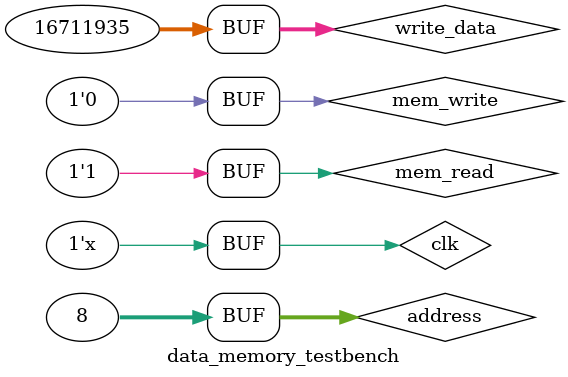
<source format=v>

module data_memory(read_data, address, write_data, mem_write, mem_read, clk);

output reg [31:0] read_data;

input wire [31:0] address; //address of byte (not word)
input wire [31:0] write_data;
input wire mem_write;
input wire mem_read;
input wire clk;

//memory size in words (word is 4 bytes)
parameter mem_size = 256;
reg [7:0] memory [0:mem_size*4-1];

always @(posedge clk) begin
//read or write in a cycle, but not both
if(mem_read)
	read_data = {memory[address], memory[address+1], memory[address+2], memory[address+3]};
else if(mem_write)
	{memory[address], memory[address+1], memory[address+2], memory[address+3]} = write_data;
end //always

endmodule



module data_memory_testbench;

wire [31:0] read_data;
reg [31:0] address;
reg [31:0] write_data;
reg mem_write, mem_read, clk;

data_memory DUT(read_data, address, write_data, mem_write, mem_read, clk);

always #1 clk=~clk;

initial begin

$monitor("address: %d (%b)\nmem_read: %b\nread_data: %d (%b)\nmem_write: %b\nwrite_data: %d (%b)\n",
		address, address, mem_read, read_data, read_data, mem_write, write_data, write_data);

#20
clk = 0;
address = 4;
mem_write = 0;
mem_read = 0;
write_data = 32'b0000_0000_1111_1111_0000_0000_1111_1111;

#10
mem_write = 1;

#10
mem_write = 0;
mem_read = 1;

#10
address = 8;
end //initial

endmodule




</source>
